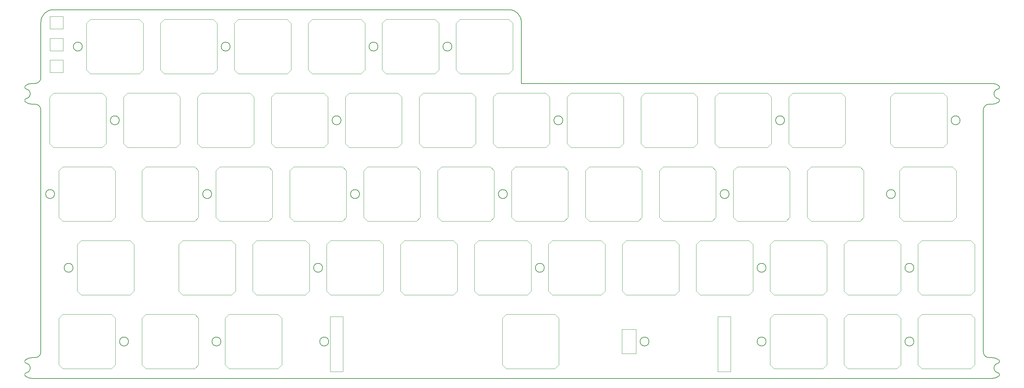
<source format=gbr>
%TF.GenerationSoftware,KiCad,Pcbnew,(7.0.0)*%
%TF.CreationDate,2023-09-29T19:28:17+02:00*%
%TF.ProjectId,Hull OEM 625u,48756c6c-204f-4454-9d20-363235752e6b,rev?*%
%TF.SameCoordinates,Original*%
%TF.FileFunction,Profile,NP*%
%FSLAX46Y46*%
G04 Gerber Fmt 4.6, Leading zero omitted, Abs format (unit mm)*
G04 Created by KiCad (PCBNEW (7.0.0)) date 2023-09-29 19:28:17*
%MOMM*%
%LPD*%
G01*
G04 APERTURE LIST*
%TA.AperFunction,Profile*%
%ADD10C,0.200000*%
%TD*%
%TA.AperFunction,Profile*%
%ADD11C,0.100000*%
%TD*%
%TA.AperFunction,Profile*%
%ADD12C,0.120000*%
%TD*%
%TA.AperFunction,Profile*%
%ADD13C,0.050000*%
%TD*%
G04 APERTURE END LIST*
D10*
X273787500Y-73612500D02*
G75*
G03*
X275429947Y-73048896I0J2675000D01*
G01*
X26250000Y-68262500D02*
G75*
G03*
X24607553Y-68826104I0J-2675000D01*
G01*
X275219963Y-140561255D02*
G75*
G03*
X275219963Y-143013745I242537J-1226245D01*
G01*
X26250000Y-73612500D02*
X27075000Y-73612500D01*
X272962500Y-73612500D02*
G75*
G03*
X271462500Y-75112500I0J-1500000D01*
G01*
X105925000Y-77787500D02*
G75*
G03*
X105925000Y-77787500I-1150000J0D01*
G01*
X28575000Y-137612500D02*
X28575000Y-75112500D01*
X248800000Y-96837500D02*
G75*
G03*
X248800000Y-96837500I-1150000J0D01*
G01*
X51156250Y-134937500D02*
G75*
G03*
X51156250Y-134937500I-1150000J0D01*
G01*
D11*
X30899001Y-50952301D02*
X34298999Y-50952301D01*
X34298999Y-50952301D02*
X34298999Y-54152701D01*
X34298999Y-54152701D02*
X30899001Y-54152701D01*
X30899001Y-54152701D02*
X30899001Y-50952301D01*
D10*
X24817537Y-143013745D02*
G75*
G03*
X24817537Y-140561255I-242537J1226245D01*
G01*
X275429947Y-139676104D02*
G75*
G03*
X273787500Y-139112500I-1642447J-2111396D01*
G01*
X48775000Y-77787500D02*
G75*
G03*
X48775000Y-77787500I-1150000J0D01*
G01*
X102750000Y-134937500D02*
G75*
G03*
X102750000Y-134937500I-1150000J0D01*
G01*
X275429888Y-143898820D02*
G75*
G03*
X275219963Y-143013745I-306988J394620D01*
G01*
X77350000Y-58737500D02*
G75*
G03*
X77350000Y-58737500I-1150000J0D01*
G01*
X36868750Y-115887500D02*
G75*
G03*
X36868750Y-115887500I-1150000J0D01*
G01*
X253562500Y-115887500D02*
G75*
G03*
X253562500Y-115887500I-1150000J0D01*
G01*
X215462500Y-115887500D02*
G75*
G03*
X215462500Y-115887500I-1150000J0D01*
G01*
X27075000Y-68262500D02*
X26250000Y-68262500D01*
X185300000Y-134937500D02*
G75*
G03*
X185300000Y-134937500I-1150000J0D01*
G01*
X24817537Y-72163745D02*
G75*
G03*
X24817537Y-69711255I-242537J1226245D01*
G01*
X24607612Y-139676180D02*
G75*
G03*
X24817537Y-140561255I306988J-394620D01*
G01*
D11*
X178308000Y-131826000D02*
X181991000Y-131826000D01*
X181991000Y-131826000D02*
X181991000Y-138049000D01*
X181991000Y-138049000D02*
X178308000Y-138049000D01*
X178308000Y-138049000D02*
X178308000Y-131826000D01*
D10*
X26250000Y-139112500D02*
G75*
G03*
X24607553Y-139676104I0J-2675000D01*
G01*
X110687500Y-96837500D02*
G75*
G03*
X110687500Y-96837500I-1150000J0D01*
G01*
X31750000Y-49212500D02*
X149225000Y-49212500D01*
X24817536Y-72163742D02*
G75*
G03*
X24607553Y-73048896I97014J-490498D01*
G01*
X28575000Y-66762500D02*
X28575000Y-52387500D01*
X275219981Y-69711348D02*
G75*
G03*
X275429947Y-68826105I-97081J490548D01*
G01*
X273787500Y-139112500D02*
X272962500Y-139112500D01*
D11*
X30900001Y-62204601D02*
X34299999Y-62204601D01*
X34299999Y-62204601D02*
X34299999Y-65405001D01*
X34299999Y-65405001D02*
X30900001Y-65405001D01*
X30900001Y-65405001D02*
X30900001Y-62204601D01*
D10*
X273787500Y-68262500D02*
X152400000Y-68262500D01*
X24607553Y-73048896D02*
G75*
G03*
X26250000Y-73612500I1642447J2111396D01*
G01*
X275429914Y-73048853D02*
G75*
G03*
X275219963Y-72163746I-306914J394653D01*
G01*
X275429947Y-68826104D02*
G75*
G03*
X273787500Y-68262500I-1642447J-2111396D01*
G01*
X273787500Y-144462500D02*
G75*
G03*
X275429947Y-143898896I0J2675000D01*
G01*
X275219963Y-69711255D02*
G75*
G03*
X275219963Y-72163745I242537J-1226245D01*
G01*
X39250000Y-58737500D02*
G75*
G03*
X39250000Y-58737500I-1150000J0D01*
G01*
X271462500Y-137612500D02*
G75*
G03*
X272962500Y-139112500I1500000J0D01*
G01*
X152400000Y-52387500D02*
X152400000Y-68262500D01*
X24607612Y-68826180D02*
G75*
G03*
X24817537Y-69711255I306988J-394620D01*
G01*
X72587500Y-96837500D02*
G75*
G03*
X72587500Y-96837500I-1150000J0D01*
G01*
X31750000Y-49212500D02*
G75*
G03*
X28575000Y-52387500I0J-3175000D01*
G01*
X24817536Y-143013742D02*
G75*
G03*
X24607553Y-143898896I97014J-490498D01*
G01*
X24607553Y-143898896D02*
G75*
G03*
X26250000Y-144462500I1642447J2111396D01*
G01*
X101162500Y-115887500D02*
G75*
G03*
X101162500Y-115887500I-1150000J0D01*
G01*
X134500000Y-58737500D02*
G75*
G03*
X134500000Y-58737500I-1150000J0D01*
G01*
X272962500Y-73612500D02*
X273787500Y-73612500D01*
X27075000Y-68262500D02*
G75*
G03*
X28575000Y-66762500I0J1500000D01*
G01*
X74968750Y-134937500D02*
G75*
G03*
X74968750Y-134937500I-1150000J0D01*
G01*
X115450000Y-58737500D02*
G75*
G03*
X115450000Y-58737500I-1150000J0D01*
G01*
X220225000Y-77787500D02*
G75*
G03*
X220225000Y-77787500I-1150000J0D01*
G01*
X28575000Y-75112500D02*
G75*
G03*
X27075000Y-73612500I-1500000J0D01*
G01*
X205937500Y-96837500D02*
G75*
G03*
X205937500Y-96837500I-1150000J0D01*
G01*
X265468750Y-77787500D02*
G75*
G03*
X265468750Y-77787500I-1150000J0D01*
G01*
X148787500Y-96837500D02*
G75*
G03*
X148787500Y-96837500I-1150000J0D01*
G01*
X32106250Y-96837500D02*
G75*
G03*
X32106250Y-96837500I-1150000J0D01*
G01*
X273787500Y-144462500D02*
X26250000Y-144462500D01*
X27075000Y-139112500D02*
G75*
G03*
X28575000Y-137612500I0J1500000D01*
G01*
X271462500Y-75112500D02*
X271462500Y-137612500D01*
X163075000Y-77787500D02*
G75*
G03*
X163075000Y-77787500I-1150000J0D01*
G01*
X215462500Y-134937500D02*
G75*
G03*
X215462500Y-134937500I-1150000J0D01*
G01*
D11*
X30899001Y-56584801D02*
X34298999Y-56584801D01*
X34298999Y-56584801D02*
X34298999Y-59785201D01*
X34298999Y-59785201D02*
X30899001Y-59785201D01*
X30899001Y-59785201D02*
X30899001Y-56584801D01*
D10*
X253562500Y-134937500D02*
G75*
G03*
X253562500Y-134937500I-1150000J0D01*
G01*
X158312500Y-115887500D02*
G75*
G03*
X158312500Y-115887500I-1150000J0D01*
G01*
X27075000Y-139112500D02*
X26250000Y-139112500D01*
X275219973Y-140561307D02*
G75*
G03*
X275429947Y-139676104I-96973J490507D01*
G01*
X152400000Y-52387500D02*
G75*
G03*
X149225000Y-49212500I-3175100J-100D01*
G01*
D12*
%TO.C,REF\u002A\u002A*%
X235587500Y-109887500D02*
X235587500Y-121887500D01*
X235587500Y-121887500D02*
X236587500Y-122887500D01*
X236587500Y-108887500D02*
X235587500Y-109887500D01*
X236587500Y-122887500D02*
X249187500Y-122887500D01*
X249187500Y-108887500D02*
X236587500Y-108887500D01*
X249187500Y-108887500D02*
X250187500Y-109887500D01*
X249187500Y-122887500D02*
X250187500Y-121887500D01*
X250187500Y-121887500D02*
X250187500Y-109887500D01*
X37943750Y-109887500D02*
X37943750Y-121887500D01*
X37943750Y-121887500D02*
X38943750Y-122887500D01*
X38943750Y-108887500D02*
X37943750Y-109887500D01*
X38943750Y-122887500D02*
X51543750Y-122887500D01*
X51543750Y-108887500D02*
X38943750Y-108887500D01*
X51543750Y-108887500D02*
X52543750Y-109887500D01*
X51543750Y-122887500D02*
X52543750Y-121887500D01*
X52543750Y-121887500D02*
X52543750Y-109887500D01*
X183200000Y-71787500D02*
X183200000Y-83787500D01*
X183200000Y-83787500D02*
X184200000Y-84787500D01*
X184200000Y-70787500D02*
X183200000Y-71787500D01*
X184200000Y-84787500D02*
X196800000Y-84787500D01*
X196800000Y-70787500D02*
X184200000Y-70787500D01*
X196800000Y-70787500D02*
X197800000Y-71787500D01*
X196800000Y-84787500D02*
X197800000Y-83787500D01*
X197800000Y-83787500D02*
X197800000Y-71787500D01*
X254637500Y-128937500D02*
X254637500Y-140937500D01*
X254637500Y-140937500D02*
X255637500Y-141937500D01*
X255637500Y-127937500D02*
X254637500Y-128937500D01*
X255637500Y-141937500D02*
X268237500Y-141937500D01*
X268237500Y-127937500D02*
X255637500Y-127937500D01*
X268237500Y-127937500D02*
X269237500Y-128937500D01*
X268237500Y-141937500D02*
X269237500Y-140937500D01*
X269237500Y-140937500D02*
X269237500Y-128937500D01*
X116525000Y-52737500D02*
X116525000Y-64737500D01*
X116525000Y-64737500D02*
X117525000Y-65737500D01*
X117525000Y-51737500D02*
X116525000Y-52737500D01*
X117525000Y-65737500D02*
X130125000Y-65737500D01*
X130125000Y-51737500D02*
X117525000Y-51737500D01*
X130125000Y-51737500D02*
X131125000Y-52737500D01*
X130125000Y-65737500D02*
X131125000Y-64737500D01*
X131125000Y-64737500D02*
X131125000Y-52737500D01*
X254637500Y-109887500D02*
X254637500Y-121887500D01*
X254637500Y-121887500D02*
X255637500Y-122887500D01*
X255637500Y-108887500D02*
X254637500Y-109887500D01*
X255637500Y-122887500D02*
X268237500Y-122887500D01*
X268237500Y-108887500D02*
X255637500Y-108887500D01*
X268237500Y-108887500D02*
X269237500Y-109887500D01*
X268237500Y-122887500D02*
X269237500Y-121887500D01*
X269237500Y-121887500D02*
X269237500Y-109887500D01*
X78425000Y-52737500D02*
X78425000Y-64737500D01*
X78425000Y-64737500D02*
X79425000Y-65737500D01*
X79425000Y-51737500D02*
X78425000Y-52737500D01*
X79425000Y-65737500D02*
X92025000Y-65737500D01*
X92025000Y-51737500D02*
X79425000Y-51737500D01*
X92025000Y-51737500D02*
X93025000Y-52737500D01*
X92025000Y-65737500D02*
X93025000Y-64737500D01*
X93025000Y-64737500D02*
X93025000Y-52737500D01*
X216537500Y-109887500D02*
X216537500Y-121887500D01*
X216537500Y-121887500D02*
X217537500Y-122887500D01*
X217537500Y-108887500D02*
X216537500Y-109887500D01*
X217537500Y-122887500D02*
X230137500Y-122887500D01*
X230137500Y-108887500D02*
X217537500Y-108887500D01*
X230137500Y-108887500D02*
X231137500Y-109887500D01*
X230137500Y-122887500D02*
X231137500Y-121887500D01*
X231137500Y-121887500D02*
X231137500Y-109887500D01*
D13*
X103163745Y-128487450D02*
X106462755Y-128487450D01*
X103163745Y-142686750D02*
X103163745Y-128487450D01*
X106462755Y-128487450D02*
X106462755Y-142686750D01*
X106462755Y-142686750D02*
X103163745Y-142686750D01*
X203029050Y-128487450D02*
X206329450Y-128487450D01*
X203029050Y-142686750D02*
X203029050Y-128487450D01*
X206329450Y-128487450D02*
X206329450Y-142686750D01*
X206329450Y-142686750D02*
X203029050Y-142686750D01*
D12*
X226062500Y-90837500D02*
X226062500Y-102837500D01*
X226062500Y-102837500D02*
X227062500Y-103837500D01*
X227062500Y-89837500D02*
X226062500Y-90837500D01*
X227062500Y-103837500D02*
X239662500Y-103837500D01*
X239662500Y-89837500D02*
X227062500Y-89837500D01*
X239662500Y-89837500D02*
X240662500Y-90837500D01*
X239662500Y-103837500D02*
X240662500Y-102837500D01*
X240662500Y-102837500D02*
X240662500Y-90837500D01*
X54612500Y-90837500D02*
X54612500Y-102837500D01*
X54612500Y-102837500D02*
X55612500Y-103837500D01*
X55612500Y-89837500D02*
X54612500Y-90837500D01*
X55612500Y-103837500D02*
X68212500Y-103837500D01*
X68212500Y-89837500D02*
X55612500Y-89837500D01*
X68212500Y-89837500D02*
X69212500Y-90837500D01*
X68212500Y-103837500D02*
X69212500Y-102837500D01*
X69212500Y-102837500D02*
X69212500Y-90837500D01*
X235587500Y-128937500D02*
X235587500Y-140937500D01*
X235587500Y-140937500D02*
X236587500Y-141937500D01*
X236587500Y-127937500D02*
X235587500Y-128937500D01*
X236587500Y-141937500D02*
X249187500Y-141937500D01*
X249187500Y-127937500D02*
X236587500Y-127937500D01*
X249187500Y-127937500D02*
X250187500Y-128937500D01*
X249187500Y-141937500D02*
X250187500Y-140937500D01*
X250187500Y-140937500D02*
X250187500Y-128937500D01*
X87950000Y-71787500D02*
X87950000Y-83787500D01*
X87950000Y-83787500D02*
X88950000Y-84787500D01*
X88950000Y-70787500D02*
X87950000Y-71787500D01*
X88950000Y-84787500D02*
X101550000Y-84787500D01*
X101550000Y-70787500D02*
X88950000Y-70787500D01*
X101550000Y-70787500D02*
X102550000Y-71787500D01*
X101550000Y-84787500D02*
X102550000Y-83787500D01*
X102550000Y-83787500D02*
X102550000Y-71787500D01*
X149862500Y-90837500D02*
X149862500Y-102837500D01*
X149862500Y-102837500D02*
X150862500Y-103837500D01*
X150862500Y-89837500D02*
X149862500Y-90837500D01*
X150862500Y-103837500D02*
X163462500Y-103837500D01*
X163462500Y-89837500D02*
X150862500Y-89837500D01*
X163462500Y-89837500D02*
X164462500Y-90837500D01*
X163462500Y-103837500D02*
X164462500Y-102837500D01*
X164462500Y-102837500D02*
X164462500Y-90837500D01*
X102237500Y-109887500D02*
X102237500Y-121887500D01*
X102237500Y-121887500D02*
X103237500Y-122887500D01*
X103237500Y-108887500D02*
X102237500Y-109887500D01*
X103237500Y-122887500D02*
X115837500Y-122887500D01*
X115837500Y-108887500D02*
X103237500Y-108887500D01*
X115837500Y-108887500D02*
X116837500Y-109887500D01*
X115837500Y-122887500D02*
X116837500Y-121887500D01*
X116837500Y-121887500D02*
X116837500Y-109887500D01*
X168912500Y-90837500D02*
X168912500Y-102837500D01*
X168912500Y-102837500D02*
X169912500Y-103837500D01*
X169912500Y-89837500D02*
X168912500Y-90837500D01*
X169912500Y-103837500D02*
X182512500Y-103837500D01*
X182512500Y-89837500D02*
X169912500Y-89837500D01*
X182512500Y-89837500D02*
X183512500Y-90837500D01*
X182512500Y-103837500D02*
X183512500Y-102837500D01*
X183512500Y-102837500D02*
X183512500Y-90837500D01*
X68900000Y-71787500D02*
X68900000Y-83787500D01*
X68900000Y-83787500D02*
X69900000Y-84787500D01*
X69900000Y-70787500D02*
X68900000Y-71787500D01*
X69900000Y-84787500D02*
X82500000Y-84787500D01*
X82500000Y-70787500D02*
X69900000Y-70787500D01*
X82500000Y-70787500D02*
X83500000Y-71787500D01*
X82500000Y-84787500D02*
X83500000Y-83787500D01*
X83500000Y-83787500D02*
X83500000Y-71787500D01*
X59375000Y-52737500D02*
X59375000Y-64737500D01*
X59375000Y-64737500D02*
X60375000Y-65737500D01*
X60375000Y-51737500D02*
X59375000Y-52737500D01*
X60375000Y-65737500D02*
X72975000Y-65737500D01*
X72975000Y-51737500D02*
X60375000Y-51737500D01*
X72975000Y-51737500D02*
X73975000Y-52737500D01*
X72975000Y-65737500D02*
X73975000Y-64737500D01*
X73975000Y-64737500D02*
X73975000Y-52737500D01*
X121287500Y-109887500D02*
X121287500Y-121887500D01*
X121287500Y-121887500D02*
X122287500Y-122887500D01*
X122287500Y-108887500D02*
X121287500Y-109887500D01*
X122287500Y-122887500D02*
X134887500Y-122887500D01*
X134887500Y-108887500D02*
X122287500Y-108887500D01*
X134887500Y-108887500D02*
X135887500Y-109887500D01*
X134887500Y-122887500D02*
X135887500Y-121887500D01*
X135887500Y-121887500D02*
X135887500Y-109887500D01*
X33181250Y-128937500D02*
X33181250Y-140937500D01*
X33181250Y-140937500D02*
X34181250Y-141937500D01*
X34181250Y-127937500D02*
X33181250Y-128937500D01*
X34181250Y-141937500D02*
X46781250Y-141937500D01*
X46781250Y-127937500D02*
X34181250Y-127937500D01*
X46781250Y-127937500D02*
X47781250Y-128937500D01*
X46781250Y-141937500D02*
X47781250Y-140937500D01*
X47781250Y-140937500D02*
X47781250Y-128937500D01*
X49850000Y-71787500D02*
X49850000Y-83787500D01*
X49850000Y-83787500D02*
X50850000Y-84787500D01*
X50850000Y-70787500D02*
X49850000Y-71787500D01*
X50850000Y-84787500D02*
X63450000Y-84787500D01*
X63450000Y-70787500D02*
X50850000Y-70787500D01*
X63450000Y-70787500D02*
X64450000Y-71787500D01*
X63450000Y-84787500D02*
X64450000Y-83787500D01*
X64450000Y-83787500D02*
X64450000Y-71787500D01*
X40325000Y-52737500D02*
X40325000Y-64737500D01*
X40325000Y-64737500D02*
X41325000Y-65737500D01*
X41325000Y-51737500D02*
X40325000Y-52737500D01*
X41325000Y-65737500D02*
X53925000Y-65737500D01*
X53925000Y-51737500D02*
X41325000Y-51737500D01*
X53925000Y-51737500D02*
X54925000Y-52737500D01*
X53925000Y-65737500D02*
X54925000Y-64737500D01*
X54925000Y-64737500D02*
X54925000Y-52737500D01*
X147481250Y-128937500D02*
X147481250Y-140937500D01*
X147481250Y-140937500D02*
X148481250Y-141937500D01*
X148481250Y-127937500D02*
X147481250Y-128937500D01*
X148481250Y-141937500D02*
X161081250Y-141937500D01*
X161081250Y-127937500D02*
X148481250Y-127937500D01*
X161081250Y-127937500D02*
X162081250Y-128937500D01*
X161081250Y-141937500D02*
X162081250Y-140937500D01*
X162081250Y-140937500D02*
X162081250Y-128937500D01*
X33181250Y-90837500D02*
X33181250Y-102837500D01*
X33181250Y-102837500D02*
X34181250Y-103837500D01*
X34181250Y-89837500D02*
X33181250Y-90837500D01*
X34181250Y-103837500D02*
X46781250Y-103837500D01*
X46781250Y-89837500D02*
X34181250Y-89837500D01*
X46781250Y-89837500D02*
X47781250Y-90837500D01*
X46781250Y-103837500D02*
X47781250Y-102837500D01*
X47781250Y-102837500D02*
X47781250Y-90837500D01*
X164150000Y-71787500D02*
X164150000Y-83787500D01*
X164150000Y-83787500D02*
X165150000Y-84787500D01*
X165150000Y-70787500D02*
X164150000Y-71787500D01*
X165150000Y-84787500D02*
X177750000Y-84787500D01*
X177750000Y-70787500D02*
X165150000Y-70787500D01*
X177750000Y-70787500D02*
X178750000Y-71787500D01*
X177750000Y-84787500D02*
X178750000Y-83787500D01*
X178750000Y-83787500D02*
X178750000Y-71787500D01*
X92712500Y-90837500D02*
X92712500Y-102837500D01*
X92712500Y-102837500D02*
X93712500Y-103837500D01*
X93712500Y-89837500D02*
X92712500Y-90837500D01*
X93712500Y-103837500D02*
X106312500Y-103837500D01*
X106312500Y-89837500D02*
X93712500Y-89837500D01*
X106312500Y-89837500D02*
X107312500Y-90837500D01*
X106312500Y-103837500D02*
X107312500Y-102837500D01*
X107312500Y-102837500D02*
X107312500Y-90837500D01*
X107000000Y-71787500D02*
X107000000Y-83787500D01*
X107000000Y-83787500D02*
X108000000Y-84787500D01*
X108000000Y-70787500D02*
X107000000Y-71787500D01*
X108000000Y-84787500D02*
X120600000Y-84787500D01*
X120600000Y-70787500D02*
X108000000Y-70787500D01*
X120600000Y-70787500D02*
X121600000Y-71787500D01*
X120600000Y-84787500D02*
X121600000Y-83787500D01*
X121600000Y-83787500D02*
X121600000Y-71787500D01*
X197487500Y-109887500D02*
X197487500Y-121887500D01*
X197487500Y-121887500D02*
X198487500Y-122887500D01*
X198487500Y-108887500D02*
X197487500Y-109887500D01*
X198487500Y-122887500D02*
X211087500Y-122887500D01*
X211087500Y-108887500D02*
X198487500Y-108887500D01*
X211087500Y-108887500D02*
X212087500Y-109887500D01*
X211087500Y-122887500D02*
X212087500Y-121887500D01*
X212087500Y-121887500D02*
X212087500Y-109887500D01*
X73662500Y-90837500D02*
X73662500Y-102837500D01*
X73662500Y-102837500D02*
X74662500Y-103837500D01*
X74662500Y-89837500D02*
X73662500Y-90837500D01*
X74662500Y-103837500D02*
X87262500Y-103837500D01*
X87262500Y-89837500D02*
X74662500Y-89837500D01*
X87262500Y-89837500D02*
X88262500Y-90837500D01*
X87262500Y-103837500D02*
X88262500Y-102837500D01*
X88262500Y-102837500D02*
X88262500Y-90837500D01*
X76043750Y-128937500D02*
X76043750Y-140937500D01*
X76043750Y-140937500D02*
X77043750Y-141937500D01*
X77043750Y-127937500D02*
X76043750Y-128937500D01*
X77043750Y-141937500D02*
X89643750Y-141937500D01*
X89643750Y-127937500D02*
X77043750Y-127937500D01*
X89643750Y-127937500D02*
X90643750Y-128937500D01*
X89643750Y-141937500D02*
X90643750Y-140937500D01*
X90643750Y-140937500D02*
X90643750Y-128937500D01*
X207012500Y-90837500D02*
X207012500Y-102837500D01*
X207012500Y-102837500D02*
X208012500Y-103837500D01*
X208012500Y-89837500D02*
X207012500Y-90837500D01*
X208012500Y-103837500D02*
X220612500Y-103837500D01*
X220612500Y-89837500D02*
X208012500Y-89837500D01*
X220612500Y-89837500D02*
X221612500Y-90837500D01*
X220612500Y-103837500D02*
X221612500Y-102837500D01*
X221612500Y-102837500D02*
X221612500Y-90837500D01*
X30800000Y-71787500D02*
X30800000Y-83787500D01*
X30800000Y-83787500D02*
X31800000Y-84787500D01*
X31800000Y-70787500D02*
X30800000Y-71787500D01*
X31800000Y-84787500D02*
X44400000Y-84787500D01*
X44400000Y-70787500D02*
X31800000Y-70787500D01*
X44400000Y-70787500D02*
X45400000Y-71787500D01*
X44400000Y-84787500D02*
X45400000Y-83787500D01*
X45400000Y-83787500D02*
X45400000Y-71787500D01*
X130812500Y-90837500D02*
X130812500Y-102837500D01*
X130812500Y-102837500D02*
X131812500Y-103837500D01*
X131812500Y-89837500D02*
X130812500Y-90837500D01*
X131812500Y-103837500D02*
X144412500Y-103837500D01*
X144412500Y-89837500D02*
X131812500Y-89837500D01*
X144412500Y-89837500D02*
X145412500Y-90837500D01*
X144412500Y-103837500D02*
X145412500Y-102837500D01*
X145412500Y-102837500D02*
X145412500Y-90837500D01*
X247493750Y-71787500D02*
X247493750Y-83787500D01*
X247493750Y-83787500D02*
X248493750Y-84787500D01*
X248493750Y-70787500D02*
X247493750Y-71787500D01*
X248493750Y-84787500D02*
X261093750Y-84787500D01*
X261093750Y-70787500D02*
X248493750Y-70787500D01*
X261093750Y-70787500D02*
X262093750Y-71787500D01*
X261093750Y-84787500D02*
X262093750Y-83787500D01*
X262093750Y-83787500D02*
X262093750Y-71787500D01*
X216537500Y-128937500D02*
X216537500Y-140937500D01*
X216537500Y-140937500D02*
X217537500Y-141937500D01*
X217537500Y-127937500D02*
X216537500Y-128937500D01*
X217537500Y-141937500D02*
X230137500Y-141937500D01*
X230137500Y-127937500D02*
X217537500Y-127937500D01*
X230137500Y-127937500D02*
X231137500Y-128937500D01*
X230137500Y-141937500D02*
X231137500Y-140937500D01*
X231137500Y-140937500D02*
X231137500Y-128937500D01*
X202250000Y-71787500D02*
X202250000Y-83787500D01*
X202250000Y-83787500D02*
X203250000Y-84787500D01*
X203250000Y-70787500D02*
X202250000Y-71787500D01*
X203250000Y-84787500D02*
X215850000Y-84787500D01*
X215850000Y-70787500D02*
X203250000Y-70787500D01*
X215850000Y-70787500D02*
X216850000Y-71787500D01*
X215850000Y-84787500D02*
X216850000Y-83787500D01*
X216850000Y-83787500D02*
X216850000Y-71787500D01*
X187962500Y-90837500D02*
X187962500Y-102837500D01*
X187962500Y-102837500D02*
X188962500Y-103837500D01*
X188962500Y-89837500D02*
X187962500Y-90837500D01*
X188962500Y-103837500D02*
X201562500Y-103837500D01*
X201562500Y-89837500D02*
X188962500Y-89837500D01*
X201562500Y-89837500D02*
X202562500Y-90837500D01*
X201562500Y-103837500D02*
X202562500Y-102837500D01*
X202562500Y-102837500D02*
X202562500Y-90837500D01*
X178437500Y-109887500D02*
X178437500Y-121887500D01*
X178437500Y-121887500D02*
X179437500Y-122887500D01*
X179437500Y-108887500D02*
X178437500Y-109887500D01*
X179437500Y-122887500D02*
X192037500Y-122887500D01*
X192037500Y-108887500D02*
X179437500Y-108887500D01*
X192037500Y-108887500D02*
X193037500Y-109887500D01*
X192037500Y-122887500D02*
X193037500Y-121887500D01*
X193037500Y-121887500D02*
X193037500Y-109887500D01*
X54612500Y-128937500D02*
X54612500Y-140937500D01*
X54612500Y-140937500D02*
X55612500Y-141937500D01*
X55612500Y-127937500D02*
X54612500Y-128937500D01*
X55612500Y-141937500D02*
X68212500Y-141937500D01*
X68212500Y-127937500D02*
X55612500Y-127937500D01*
X68212500Y-127937500D02*
X69212500Y-128937500D01*
X68212500Y-141937500D02*
X69212500Y-140937500D01*
X69212500Y-140937500D02*
X69212500Y-128937500D01*
X140337500Y-109887500D02*
X140337500Y-121887500D01*
X140337500Y-121887500D02*
X141337500Y-122887500D01*
X141337500Y-108887500D02*
X140337500Y-109887500D01*
X141337500Y-122887500D02*
X153937500Y-122887500D01*
X153937500Y-108887500D02*
X141337500Y-108887500D01*
X153937500Y-108887500D02*
X154937500Y-109887500D01*
X153937500Y-122887500D02*
X154937500Y-121887500D01*
X154937500Y-121887500D02*
X154937500Y-109887500D01*
X111762500Y-90837500D02*
X111762500Y-102837500D01*
X111762500Y-102837500D02*
X112762500Y-103837500D01*
X112762500Y-89837500D02*
X111762500Y-90837500D01*
X112762500Y-103837500D02*
X125362500Y-103837500D01*
X125362500Y-89837500D02*
X112762500Y-89837500D01*
X125362500Y-89837500D02*
X126362500Y-90837500D01*
X125362500Y-103837500D02*
X126362500Y-102837500D01*
X126362500Y-102837500D02*
X126362500Y-90837500D01*
X145100000Y-71787500D02*
X145100000Y-83787500D01*
X145100000Y-83787500D02*
X146100000Y-84787500D01*
X146100000Y-70787500D02*
X145100000Y-71787500D01*
X146100000Y-84787500D02*
X158700000Y-84787500D01*
X158700000Y-70787500D02*
X146100000Y-70787500D01*
X158700000Y-70787500D02*
X159700000Y-71787500D01*
X158700000Y-84787500D02*
X159700000Y-83787500D01*
X159700000Y-83787500D02*
X159700000Y-71787500D01*
X83187500Y-109887500D02*
X83187500Y-121887500D01*
X83187500Y-121887500D02*
X84187500Y-122887500D01*
X84187500Y-108887500D02*
X83187500Y-109887500D01*
X84187500Y-122887500D02*
X96787500Y-122887500D01*
X96787500Y-108887500D02*
X84187500Y-108887500D01*
X96787500Y-108887500D02*
X97787500Y-109887500D01*
X96787500Y-122887500D02*
X97787500Y-121887500D01*
X97787500Y-121887500D02*
X97787500Y-109887500D01*
X249875000Y-90837500D02*
X249875000Y-102837500D01*
X249875000Y-102837500D02*
X250875000Y-103837500D01*
X250875000Y-89837500D02*
X249875000Y-90837500D01*
X250875000Y-103837500D02*
X263475000Y-103837500D01*
X263475000Y-89837500D02*
X250875000Y-89837500D01*
X263475000Y-89837500D02*
X264475000Y-90837500D01*
X263475000Y-103837500D02*
X264475000Y-102837500D01*
X264475000Y-102837500D02*
X264475000Y-90837500D01*
X159387500Y-109887500D02*
X159387500Y-121887500D01*
X159387500Y-121887500D02*
X160387500Y-122887500D01*
X160387500Y-108887500D02*
X159387500Y-109887500D01*
X160387500Y-122887500D02*
X172987500Y-122887500D01*
X172987500Y-108887500D02*
X160387500Y-108887500D01*
X172987500Y-108887500D02*
X173987500Y-109887500D01*
X172987500Y-122887500D02*
X173987500Y-121887500D01*
X173987500Y-121887500D02*
X173987500Y-109887500D01*
X97475000Y-52737500D02*
X97475000Y-64737500D01*
X97475000Y-64737500D02*
X98475000Y-65737500D01*
X98475000Y-51737500D02*
X97475000Y-52737500D01*
X98475000Y-65737500D02*
X111075000Y-65737500D01*
X111075000Y-51737500D02*
X98475000Y-51737500D01*
X111075000Y-51737500D02*
X112075000Y-52737500D01*
X111075000Y-65737500D02*
X112075000Y-64737500D01*
X112075000Y-64737500D02*
X112075000Y-52737500D01*
X126050000Y-71787500D02*
X126050000Y-83787500D01*
X126050000Y-83787500D02*
X127050000Y-84787500D01*
X127050000Y-70787500D02*
X126050000Y-71787500D01*
X127050000Y-84787500D02*
X139650000Y-84787500D01*
X139650000Y-70787500D02*
X127050000Y-70787500D01*
X139650000Y-70787500D02*
X140650000Y-71787500D01*
X139650000Y-84787500D02*
X140650000Y-83787500D01*
X140650000Y-83787500D02*
X140650000Y-71787500D01*
X221300000Y-71787500D02*
X221300000Y-83787500D01*
X221300000Y-83787500D02*
X222300000Y-84787500D01*
X222300000Y-70787500D02*
X221300000Y-71787500D01*
X222300000Y-84787500D02*
X234900000Y-84787500D01*
X234900000Y-70787500D02*
X222300000Y-70787500D01*
X234900000Y-70787500D02*
X235900000Y-71787500D01*
X234900000Y-84787500D02*
X235900000Y-83787500D01*
X235900000Y-83787500D02*
X235900000Y-71787500D01*
X64137500Y-109887500D02*
X64137500Y-121887500D01*
X64137500Y-121887500D02*
X65137500Y-122887500D01*
X65137500Y-108887500D02*
X64137500Y-109887500D01*
X65137500Y-122887500D02*
X77737500Y-122887500D01*
X77737500Y-108887500D02*
X65137500Y-108887500D01*
X77737500Y-108887500D02*
X78737500Y-109887500D01*
X77737500Y-122887500D02*
X78737500Y-121887500D01*
X78737500Y-121887500D02*
X78737500Y-109887500D01*
X135575000Y-52737500D02*
X135575000Y-64737500D01*
X135575000Y-64737500D02*
X136575000Y-65737500D01*
X136575000Y-51737500D02*
X135575000Y-52737500D01*
X136575000Y-65737500D02*
X149175000Y-65737500D01*
X149175000Y-51737500D02*
X136575000Y-51737500D01*
X149175000Y-51737500D02*
X150175000Y-52737500D01*
X149175000Y-65737500D02*
X150175000Y-64737500D01*
X150175000Y-64737500D02*
X150175000Y-52737500D01*
%TD*%
M02*

</source>
